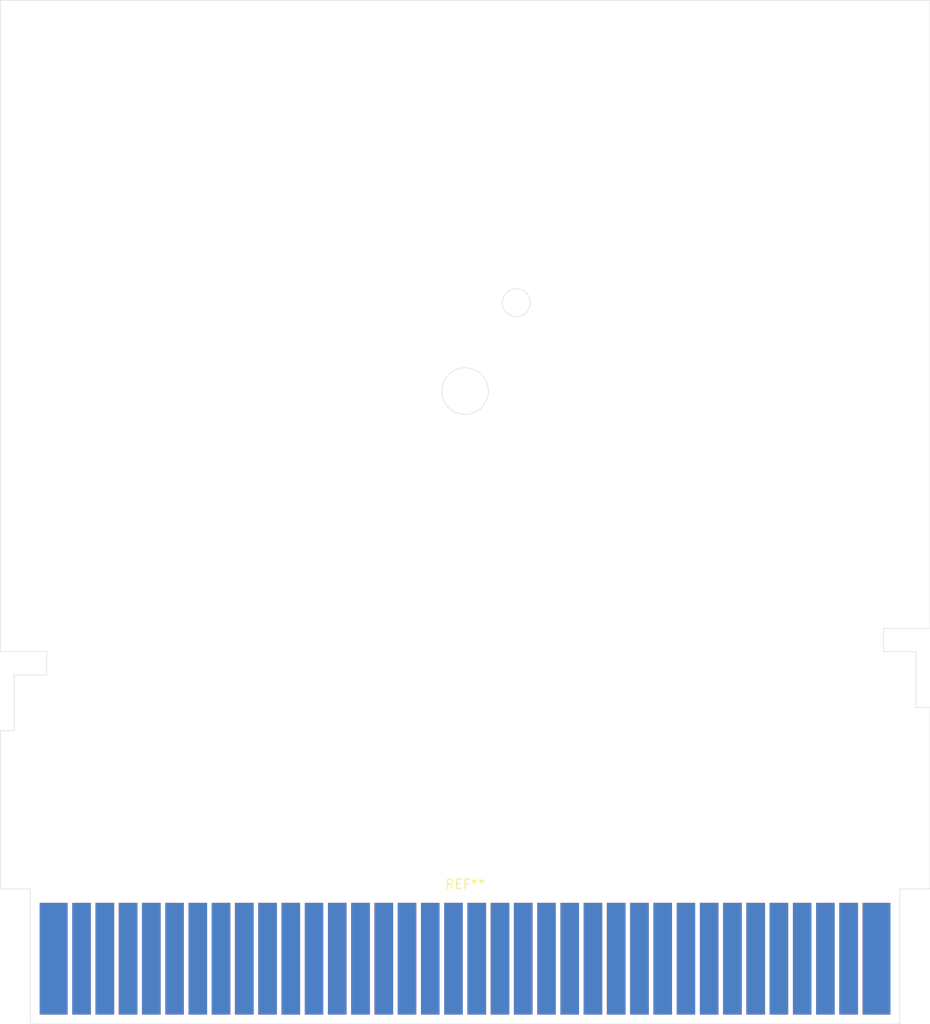
<source format=kicad_pcb>
(kicad_pcb (version 20211014) (generator pcbnew)
  (title_block (date "2022-09-18") (rev "0.0.5"))
  (layers (0 "F.Cu" mixed) (31 "B.Cu" mixed) (34 "B.Paste" user) (35 "F.Paste" user) (36 "B.SilkS" user "B.Silkscreen") (37 "F.SilkS" user "F.Silkscreen") (38 "B.Mask" user) (39 "F.Mask" user) (44 "Edge.Cuts" user))
  (net 0 "")
  (footprint "card-edge-connectors:NES-EWROM-01" (layer "F.Cu") (at 127 127)
    (fp_text reference "REF**" (at 0 -0.5 unlocked) (layer "F.SilkS"))
    (fp_text value "NES-EWROM-01")
    (pad "1" connect rect (at 44.25 7.5) (size 3 12) (layers "F.Cu"))
    (pad "2" connect rect (at 41.25 7.5) (size 2 12) (layers "F.Cu"))
    (pad "3" connect rect (at 38.75 7.5) (size 2 12) (layers "F.Cu"))
    (pad "4" connect rect (at 36.25 7.5) (size 2 12) (layers "F.Cu"))
    (pad "5" connect rect (at 33.75 7.5) (size 2 12) (layers "F.Cu"))
    (pad "6" connect rect (at 31.25 7.5) (size 2 12) (layers "F.Cu"))
    (pad "7" connect rect (at 28.75 7.5) (size 2 12) (layers "F.Cu"))
    (pad "8" connect rect (at 26.25 7.5) (size 2 12) (layers "F.Cu"))
    (pad "9" connect rect (at 23.75 7.5) (size 2 12) (layers "F.Cu"))
    (pad "10" connect rect (at 21.25 7.5) (size 2 12) (layers "F.Cu"))
    (pad "11" connect rect (at 18.75 7.5) (size 2 12) (layers "F.Cu"))
    (pad "12" connect rect (at 16.25 7.5) (size 2 12) (layers "F.Cu"))
    (pad "13" connect rect (at 13.75 7.5) (size 2 12) (layers "F.Cu"))
    (pad "14" connect rect (at 11.25 7.5) (size 2 12) (layers "F.Cu"))
    (pad "15" connect rect (at 8.75 7.5) (size 2 12) (layers "F.Cu"))
    (pad "16" connect rect (at 6.25 7.5) (size 2 12) (layers "F.Cu"))
    (pad "17" connect rect (at 3.75 7.5) (size 2 12) (layers "F.Cu"))
    (pad "18" connect rect (at 1.25 7.5) (size 2 12) (layers "F.Cu"))
    (pad "19" connect rect (at -1.25 7.5) (size 2 12) (layers "F.Cu"))
    (pad "20" connect rect (at -3.75 7.5) (size 2 12) (layers "F.Cu"))
    (pad "21" connect rect (at -6.25 7.5) (size 2 12) (layers "F.Cu"))
    (pad "22" connect rect (at -8.75 7.5) (size 2 12) (layers "F.Cu"))
    (pad "23" connect rect (at -11.25 7.5) (size 2 12) (layers "F.Cu"))
    (pad "24" connect rect (at -13.75 7.5) (size 2 12) (layers "F.Cu"))
    (pad "25" connect rect (at -16.25 7.5) (size 2 12) (layers "F.Cu"))
    (pad "26" connect rect (at -18.75 7.5) (size 2 12) (layers "F.Cu"))
    (pad "27" connect rect (at -21.25 7.5) (size 2 12) (layers "F.Cu"))
    (pad "28" connect rect (at -23.75 7.5) (size 2 12) (layers "F.Cu"))
    (pad "29" connect rect (at -26.25 7.5) (size 2 12) (layers "F.Cu"))
    (pad "30" connect rect (at -28.75 7.5) (size 2 12) (layers "F.Cu"))
    (pad "31" connect rect (at -31.25 7.5) (size 2 12) (layers "F.Cu"))
    (pad "32" connect rect (at -33.75 7.5) (size 2 12) (layers "F.Cu"))
    (pad "33" connect rect (at -36.25 7.5) (size 2 12) (layers "F.Cu"))
    (pad "34" connect rect (at -38.75 7.5) (size 2 12) (layers "F.Cu"))
    (pad "35" connect rect (at -41.25 7.5) (size 2 12) (layers "F.Cu"))
    (pad "36" connect rect (at -44.25 7.5) (size 3 12) (layers "F.Cu"))
    (pad "37" connect rect (at 44.25 7.5) (size 3 12) (layers "B.Cu"))
    (pad "38" connect rect (at 41.25 7.5) (size 2 12) (layers "B.Cu"))
    (pad "39" connect rect (at 38.75 7.5) (size 2 12) (layers "B.Cu"))
    (pad "40" connect rect (at 36.25 7.5) (size 2 12) (layers "B.Cu"))
    (pad "41" connect rect (at 33.75 7.5) (size 2 12) (layers "B.Cu"))
    (pad "42" connect rect (at 31.25 7.5) (size 2 12) (layers "B.Cu"))
    (pad "43" connect rect (at 28.75 7.5) (size 2 12) (layers "B.Cu"))
    (pad "44" connect rect (at 26.25 7.5) (size 2 12) (layers "B.Cu"))
    (pad "45" connect rect (at 23.75 7.5) (size 2 12) (layers "B.Cu"))
    (pad "46" connect rect (at 21.25 7.5) (size 2 12) (layers "B.Cu"))
    (pad "47" connect rect (at 18.75 7.5) (size 2 12) (layers "B.Cu"))
    (pad "48" connect rect (at 16.25 7.5) (size 2 12) (layers "B.Cu"))
    (pad "49" connect rect (at 13.75 7.5) (size 2 12) (layers "B.Cu"))
    (pad "50" connect rect (at 11.25 7.5) (size 2 12) (layers "B.Cu"))
    (pad "51" connect rect (at 8.75 7.5) (size 2 12) (layers "B.Cu"))
    (pad "52" connect rect (at 6.25 7.5) (size 2 12) (layers "B.Cu"))
    (pad "53" connect rect (at 3.75 7.5) (size 2 12) (layers "B.Cu"))
    (pad "54" connect rect (at 1.25 7.5) (size 2 12) (layers "B.Cu"))
    (pad "55" connect rect (at -1.25 7.5) (size 2 12) (layers "B.Cu"))
    (pad "56" connect rect (at -3.75 7.5) (size 2 12) (layers "B.Cu"))
    (pad "57" connect rect (at -6.25 7.5) (size 2 12) (layers "B.Cu"))
    (pad "58" connect rect (at -8.75 7.5) (size 2 12) (layers "B.Cu"))
    (pad "59" connect rect (at -11.25 7.5) (size 2 12) (layers "B.Cu"))
    (pad "60" connect rect (at -13.75 7.5) (size 2 12) (layers "B.Cu"))
    (pad "61" connect rect (at -16.25 7.5) (size 2 12) (layers "B.Cu"))
    (pad "62" connect rect (at -18.75 7.5) (size 2 12) (layers "B.Cu"))
    (pad "63" connect rect (at -21.25 7.5) (size 2 12) (layers "B.Cu"))
    (pad "64" connect rect (at -23.75 7.5) (size 2 12) (layers "B.Cu"))
    (pad "65" connect rect (at -26.25 7.5) (size 2 12) (layers "B.Cu"))
    (pad "66" connect rect (at -28.75 7.5) (size 2 12) (layers "B.Cu"))
    (pad "67" connect rect (at -31.25 7.5) (size 2 12) (layers "B.Cu"))
    (pad "68" connect rect (at -33.75 7.5) (size 2 12) (layers "B.Cu"))
    (pad "69" connect rect (at -36.25 7.5) (size 2 12) (layers "B.Cu"))
    (pad "70" connect rect (at -38.75 7.5) (size 2 12) (layers "B.Cu"))
    (pad "71" connect rect (at -41.25 7.5) (size 2 12) (layers "B.Cu"))
    (pad "72" connect rect (at -44.25 7.5) (size 3 12) (layers "B.Cu"))
  )
  (gr_line (start 78.5 110) (end 78.5 104) (layer "Edge.Cuts") (width 0.05))
  (gr_line (start 77 110) (end 78.5 110) (layer "Edge.Cuts") (width 0.05))
  (gr_line (start 80.25 141.5) (end 80.25 127) (layer "Edge.Cuts") (width 0.05))
  (gr_line (start 173.75 127) (end 173.75 141.5) (layer "Edge.Cuts") (width 0.05))
  (gr_line (start 80.25 127) (end 77 127) (layer "Edge.Cuts") (width 0.05))
  (gr_line (start 177 31.5) (end 177 99) (layer "Edge.Cuts") (width 0.05))
  (gr_line (start 177 127) (end 173.75 127) (layer "Edge.Cuts") (width 0.05))
  (gr_line (start 175.5 107.5) (end 177 107.5) (layer "Edge.Cuts") (width 0.05))
  (gr_line (start 175.5 101.5) (end 175.5 107.5) (layer "Edge.Cuts") (width 0.05))
  (gr_line (start 172 101.5) (end 175.5 101.5) (layer "Edge.Cuts") (width 0.05))
  (gr_line (start 82 101.5) (end 77 101.5) (layer "Edge.Cuts") (width 0.05))
  (gr_line (start 77 101.5) (end 77 31.5) (layer "Edge.Cuts") (width 0.05))
  (gr_line (start 177 107.5) (end 177 127) (layer "Edge.Cuts") (width 0.05))
  (gr_line (start 173.75 141.5) (end 80.25 141.5) (layer "Edge.Cuts") (width 0.05))
  (gr_line (start 77 127) (end 77 110) (layer "Edge.Cuts") (width 0.05))
  (gr_circle (center 127 73.5) (end 129.5 73.5) (layer "Edge.Cuts") (width 0.05) (fill none))
  (gr_line (start 77 31.5) (end 177 31.5) (layer "Edge.Cuts") (width 0.05))
  (gr_line (start 177 99) (end 172 99) (layer "Edge.Cuts") (width 0.05))
  (gr_line (start 82 104) (end 82 101.5) (layer "Edge.Cuts") (width 0.05))
  (gr_circle (center 132.5 64) (end 134 64) (layer "Edge.Cuts") (width 0.05) (fill none))
  (gr_line (start 172 99) (end 172 101.5) (layer "Edge.Cuts") (width 0.05))
  (gr_line (start 78.5 104) (end 82 104) (layer "Edge.Cuts") (width 0.05))
)
</source>
